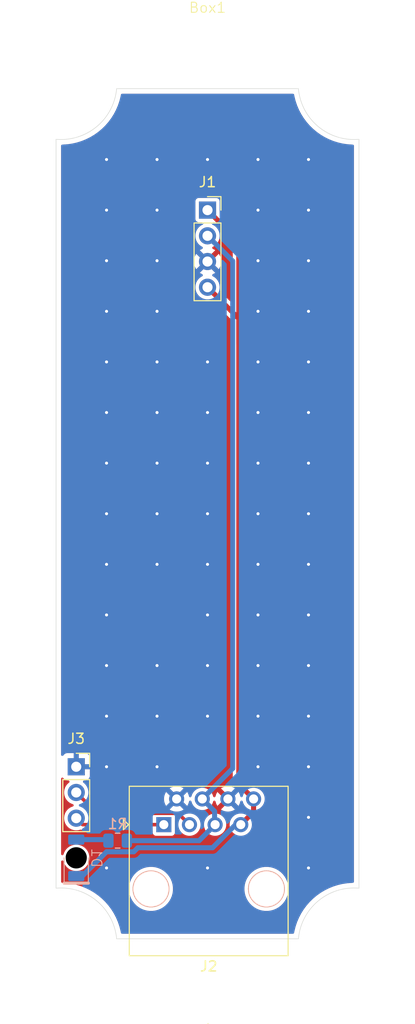
<source format=kicad_pcb>
(kicad_pcb (version 20241229) (generator "pcbnew") (generator_version "9.0")
  (layers (0 "F.Cu" jumper) (2 "B.Cu" signal) (13 "F.Paste" user) (15 "B.Paste" user) (5 "F.SilkS" user "F.Silkscreen") (7 "B.SilkS" user "B.Silkscreen") (1 "F.Mask" user) (3 "B.Mask" user) (25 "Edge.Cuts" user))
  (net 0 "")
  (net 1 "GND")
  (net 2 "IN")
  (net 3 "+V")
  (net 4 "OUT")
  (net 5 "-V")
  (net 6 "Net-(D1-A)")
  (footprint "Mylib:1590A" (layer "F.Cu") (at 100 100)
    (property "Reference" "Box1" (at 0 -50 0) (layer "F.SilkS") (effects (font (thickness 0.1))))
    (property "Value" "1590A")
    (fp_line (start 0.05 50.375) (end 0.05 50.375) (stroke (width 0.1)) (layer "F.SilkS"))
  )
  (footprint "Connector_PinSocket_2.54mm:PinSocket_1x03_P2.54mm_Vertical" (layer "F.Cu") (at 87 125)
    (property "Reference" "J3" (at 0 -2.77 0) (layer "F.SilkS"))
    (property "Value" "Conn_01x03_Pin")
    (fp_line (start -1.33 1.27) (end -1.33 6.41) (stroke (width 0.12)) (layer "F.SilkS"))
    (fp_line (start -1.33 1.27) (end 1.33 1.27) (stroke (width 0.12)) (layer "F.SilkS"))
    (fp_line (start -1.33 6.41) (end 1.33 6.41) (stroke (width 0.12)) (layer "F.SilkS"))
    (fp_line (start 0 -1.33) (end 1.33 -1.33) (stroke (width 0.12)) (layer "F.SilkS"))
    (fp_line (start 1.33 -1.33) (end 1.33 0) (stroke (width 0.12)) (layer "F.SilkS"))
    (fp_line (start 1.33 1.27) (end 1.33 6.41) (stroke (width 0.12)) (layer "F.SilkS"))
    (pad "1" thru_hole rect (at 0 0) (size 1.7 1.7) (drill 1) (layers "*.Cu" "*.Mask") (net 1 "GND"))
    (pad "2" thru_hole circle (at 0 2.54) (size 1.7 1.7) (drill 1) (layers "*.Cu" "*.Mask") (net 4 "OUT"))
    (pad "3" thru_hole circle (at 0 5.08) (size 1.7 1.7) (drill 1) (layers "*.Cu" "*.Mask") (net 2 "IN"))
  )
  (footprint "Connector_PinSocket_2.54mm:PinSocket_1x04_P2.54mm_Vertical" (layer "F.Cu") (at 100 70)
    (property "Reference" "J1" (at 0 -2.77 0) (layer "F.SilkS"))
    (property "Value" "Conn_01x04_Pin")
    (fp_line (start -1.33 1.27) (end -1.33 8.95) (stroke (width 0.12)) (layer "F.SilkS"))
    (fp_line (start -1.33 1.27) (end 1.33 1.27) (stroke (width 0.12)) (layer "F.SilkS"))
    (fp_line (start -1.33 8.95) (end 1.33 8.95) (stroke (width 0.12)) (layer "F.SilkS"))
    (fp_line (start 0 -1.33) (end 1.33 -1.33) (stroke (width 0.12)) (layer "F.SilkS"))
    (fp_line (start 1.33 -1.33) (end 1.33 0) (stroke (width 0.12)) (layer "F.SilkS"))
    (fp_line (start 1.33 1.27) (end 1.33 8.95) (stroke (width 0.12)) (layer "F.SilkS"))
    (pad "1" thru_hole rect (at 0 0) (size 1.7 1.7) (drill 1) (layers "*.Cu" "*.Mask") (net 5 "-V"))
    (pad "2" thru_hole circle (at 0 2.54) (size 1.7 1.7) (drill 1) (layers "*.Cu" "*.Mask") (net 3 "+V"))
    (pad "3" thru_hole circle (at 0 5.08) (size 1.7 1.7) (drill 1) (layers "*.Cu" "*.Mask") (net 1 "GND"))
    (pad "4" thru_hole circle (at 0 7.62) (size 1.7 1.7) (drill 1) (layers "*.Cu" "*.Mask") (net 5 "-V"))
  )
  (footprint "Connector_RJ:RJ45_OST_PJ012-8P8CX_Vertical" (layer "F.Cu") (at 95.6725 130.72)
    (property "Reference" "J2" (at 4.45 14 0) (layer "F.SilkS"))
    (property "Value" "RJ45")
    (fp_line (start -4 -0.5) (end -4 0.5) (stroke (width 0.12)) (layer "F.SilkS"))
    (fp_line (start -4 0.5) (end -3.5 0) (stroke (width 0.12)) (layer "F.SilkS"))
    (fp_line (start -3.5 0) (end -4 -0.5) (stroke (width 0.12)) (layer "F.SilkS"))
    (fp_line (start -3.42 -3.79) (end -3.42 12.95) (stroke (width 0.12)) (layer "F.SilkS"))
    (fp_line (start 12.3 -3.79) (end -3.42 -3.79) (stroke (width 0.12)) (layer "F.SilkS"))
    (fp_line (start 12.31 -3.79) (end 12.31 12.95) (stroke (width 0.12)) (layer "F.SilkS"))
    (fp_line (start 12.31 12.95) (end -3.42 12.95) (stroke (width 0.12)) (layer "F.SilkS"))
    (pad "" np_thru_hole circle (at -1.27 6.35) (size 3.65 3.65) (drill 3.45) (layers "*.Cu" "*.SilkS" "*.Mask"))
    (pad "" np_thru_hole circle (at 10.16 6.35) (size 3.65 3.65) (drill 3.45) (layers "*.Cu" "*.SilkS" "*.Mask"))
    (pad "1" thru_hole rect (at 0 0) (size 1.5 1.5) (drill 0.9) (layers "*.Cu" "*.Mask") (net 2 "IN"))
    (pad "2" thru_hole circle (at 1.27 -2.54) (size 1.5 1.5) (drill 0.9) (layers "*.Cu" "*.Mask") (net 1 "GND"))
    (pad "3" thru_hole circle (at 2.54 0) (size 1.5 1.5) (drill 0.9) (layers "*.Cu" "*.Mask") (net 4 "OUT"))
    (pad "4" thru_hole circle (at 3.81 -2.54) (size 1.5 1.5) (drill 0.9) (layers "*.Cu" "*.Mask") (net 3 "+V"))
    (pad "5" thru_hole circle (at 5.08 0) (size 1.5 1.5) (drill 0.9) (layers "*.Cu" "*.Mask") (net 3 "+V"))
    (pad "6" thru_hole circle (at 6.35 -2.54) (size 1.5 1.5) (drill 0.9) (layers "*.Cu" "*.Mask") (net 1 "GND"))
    (pad "7" thru_hole circle (at 7.62 0) (size 1.5 1.5) (drill 0.9) (layers "*.Cu" "*.Mask") (net 5 "-V"))
    (pad "8" thru_hole circle (at 8.89 -2.54) (size 1.5 1.5) (drill 0.9) (layers "*.Cu" "*.Mask") (net 5 "-V"))
  )
  (footprint "Resistor_SMD:R_0805_2012Metric" (layer "B.Cu") (at 91.1 132.3 180)
    (property "Reference" "R1" (at 0 1.65 0) (layer "B.SilkS") (effects (justify mirror)))
    (property "Value" "10k")
    (fp_line (start -0.227064 0.735) (end 0.227064 0.735) (stroke (width 0.12)) (layer "B.SilkS"))
    (fp_line (start -0.227064 -0.735) (end 0.227064 -0.735) (stroke (width 0.12)) (layer "B.SilkS"))
    (pad "1" smd roundrect (at -0.9125 0 180) (size 1.025 1.4) (layers "B.Cu" "B.Mask" "B.Paste") (roundrect_rratio 0.243902) (net 3 "+V"))
    (pad "2" smd roundrect (at 0.9125 0 180) (size 1.025 1.4) (layers "B.Cu" "B.Mask" "B.Paste") (roundrect_rratio 0.243902) (net 6 "Net-(D1-A)"))
  )
  (footprint "Mylib:Würth Reverse Mount LED" (layer "B.Cu") (at 87 134 90)
    (property "Reference" "D1" (at 0 2 270) (layer "B.SilkS") (effects (font (thickness 0.1)) (justify mirror)))
    (property "Value" "LED")
    (fp_line (start -2.5 -1.2) (end 0 -1.2) (stroke (width 0.1)) (layer "B.SilkS"))
    (fp_line (start 0 1.2) (end -2.5 1.2) (stroke (width 0.1)) (layer "B.SilkS"))
    (fp_line (start -2.5 1.2) (end -2.5 -1.2) (stroke (width 0.3)) (layer "B.SilkS"))
    (pad "" np_thru_hole circle (at 0 0 90) (size 2.1 2.1) (drill 2.1) (layers "*.Mask"))
    (pad "1" smd roundrect (at -1.8 0 90) (size 1 1.6) (layers "B.Cu" "B.Mask" "B.Paste") (roundrect_rratio 0.15) (net 5 "-V"))
    (pad "2" smd roundrect (at 1.8 0 90) (size 1 1.6) (layers "B.Cu" "B.Mask" "B.Paste") (roundrect_rratio 0.15) (net 6 "Net-(D1-A)"))
  )
  (gr_arc (start 115 63) (mid 110.964466 61.742641) (end 109 58) (stroke (width 0.05)) (layer "Edge.Cuts"))
  (gr_line (start 115 63) (end 115 137) (stroke (width 0.05)) (layer "Edge.Cuts"))
  (gr_line (start 91 142) (end 109 142) (stroke (width 0.05)) (layer "Edge.Cuts"))
  (gr_line (start 91 58) (end 109 58) (stroke (width 0.05)) (layer "Edge.Cuts"))
  (gr_arc (start 85 137) (mid 89.035534 138.257359) (end 91 142) (stroke (width 0.05)) (layer "Edge.Cuts"))
  (gr_arc (start 109 142) (mid 110.964466 138.257359) (end 115 137) (stroke (width 0.05)) (layer "Edge.Cuts"))
  (gr_line (start 85 137) (end 85 63) (stroke (width 0.05)) (layer "Edge.Cuts"))
  (gr_arc (start 91 58) (mid 89.035534 61.742641) (end 85 63) (stroke (width 0.05)) (layer "Edge.Cuts"))
  (via (at 95 65) (size 0.6) (drill 0.3) (layers "F.Cu" "B.Cu") (net 1))
  (via (at 110 75) (size 0.6) (drill 0.3) (layers "F.Cu" "B.Cu") (net 1))
  (via (at 105 125) (size 0.6) (drill 0.3) (layers "F.Cu" "B.Cu") (net 1))
  (via (at 110 90) (size 0.6) (drill 0.3) (layers "F.Cu" "B.Cu") (net 1))
  (via (at 95 85) (size 0.6) (drill 0.3) (layers "F.Cu" "B.Cu") (net 1))
  (via (at 110 65) (size 0.6) (drill 0.3) (layers "F.Cu" "B.Cu") (net 1))
  (via (at 105 105) (size 0.6) (drill 0.3) (layers "F.Cu" "B.Cu") (net 1))
  (via (at 110 115) (size 0.6) (drill 0.3) (layers "F.Cu" "B.Cu") (net 1))
  (via (at 95 70) (size 0.6) (drill 0.3) (layers "F.Cu" "B.Cu") (net 1))
  (via (at 100 110) (size 0.6) (drill 0.3) (layers "F.Cu" "B.Cu") (net 1))
  (via (at 95 115) (size 0.6) (drill 0.3) (layers "F.Cu" "B.Cu") (net 1))
  (via (at 95 90) (size 0.6) (drill 0.3) (layers "F.Cu" "B.Cu") (net 1))
  (via (at 110 110) (size 0.6) (drill 0.3) (layers "F.Cu" "B.Cu") (net 1))
  (via (at 105 85) (size 0.6) (drill 0.3) (layers "F.Cu" "B.Cu") (net 1))
  (via (at 110 70) (size 0.6) (drill 0.3) (layers "F.Cu" "B.Cu") (net 1))
  (via (at 110 100) (size 0.6) (drill 0.3) (layers "F.Cu" "B.Cu") (net 1))
  (via (at 100 95) (size 0.6) (drill 0.3) (layers "F.Cu" "B.Cu") (net 1))
  (via (at 105 95) (size 0.6) (drill 0.3) (layers "F.Cu" "B.Cu") (net 1))
  (via (at 90 135) (size 0.6) (drill 0.3) (layers "F.Cu" "B.Cu") (net 1))
  (via (at 105 110) (size 0.6) (drill 0.3) (layers "F.Cu" "B.Cu") (net 1))
  (via (at 95 105) (size 0.6) (drill 0.3) (layers "F.Cu" "B.Cu") (net 1))
  (via (at 90 95) (size 0.6) (drill 0.3) (layers "F.Cu" "B.Cu") (net 1))
  (via (at 90 110) (size 0.6) (drill 0.3) (layers "F.Cu" "B.Cu") (net 1))
  (via (at 100 100) (size 0.6) (drill 0.3) (layers "F.Cu" "B.Cu") (net 1))
  (via (at 105 115) (size 0.6) (drill 0.3) (layers "F.Cu" "B.Cu") (net 1))
  (via (at 105 80) (size 0.6) (drill 0.3) (layers "F.Cu" "B.Cu") (net 1))
  (via (at 110 105) (size 0.6) (drill 0.3) (layers "F.Cu" "B.Cu") (net 1))
  (via (at 100 115) (size 0.6) (drill 0.3) (layers "F.Cu" "B.Cu") (net 1))
  (via (at 100 120) (size 0.6) (drill 0.3) (layers "F.Cu" "B.Cu") (net 1))
  (via (at 100 90) (size 0.6) (drill 0.3) (layers "F.Cu" "B.Cu") (net 1))
  (via (at 100 135) (size 0.6) (drill 0.3) (layers "F.Cu" "B.Cu") (net 1))
  (via (at 105 70) (size 0.6) (drill 0.3) (layers "F.Cu" "B.Cu") (net 1))
  (via (at 110 135) (size 0.6) (drill 0.3) (layers "F.Cu" "B.Cu") (net 1))
  (via (at 90 70) (size 0.6) (drill 0.3) (layers "F.Cu" "B.Cu") (net 1))
  (via (at 110 125) (size 0.6) (drill 0.3) (layers "F.Cu" "B.Cu") (net 1))
  (via (at 110 120) (size 0.6) (drill 0.3) (layers "F.Cu" "B.Cu") (net 1))
  (via (at 105 90) (size 0.6) (drill 0.3) (layers "F.Cu" "B.Cu") (net 1))
  (via (at 105 120) (size 0.6) (drill 0.3) (layers "F.Cu" "B.Cu") (net 1))
  (via (at 90 105) (size 0.6) (drill 0.3) (layers "F.Cu" "B.Cu") (net 1))
  (via (at 95 75) (size 0.6) (drill 0.3) (layers "F.Cu" "B.Cu") (net 1))
  (via (at 110 85) (size 0.6) (drill 0.3) (layers "F.Cu" "B.Cu") (net 1))
  (via (at 100 65) (size 0.6) (drill 0.3) (layers "F.Cu" "B.Cu") (net 1))
  (via (at 90 75) (size 0.6) (drill 0.3) (layers "F.Cu" "B.Cu") (net 1))
  (via (at 100 105) (size 0.6) (drill 0.3) (layers "F.Cu" "B.Cu") (net 1))
  (via (at 95 80) (size 0.6) (drill 0.3) (layers "F.Cu" "B.Cu") (net 1))
  (via (at 90 80) (size 0.6) (drill 0.3) (layers "F.Cu" "B.Cu") (net 1))
  (via (at 105 65) (size 0.6) (drill 0.3) (layers "F.Cu" "B.Cu") (net 1))
  (via (at 90 120) (size 0.6) (drill 0.3) (layers "F.Cu" "B.Cu") (net 1))
  (via (at 110 130) (size 0.6) (drill 0.3) (layers "F.Cu" "B.Cu") (net 1))
  (via (at 110 80) (size 0.6) (drill 0.3) (layers "F.Cu" "B.Cu") (net 1))
  (via (at 110 95) (size 0.6) (drill 0.3) (layers "F.Cu" "B.Cu") (net 1))
  (via (at 90 115) (size 0.6) (drill 0.3) (layers "F.Cu" "B.Cu") (net 1))
  (via (at 105 100) (size 0.6) (drill 0.3) (layers "F.Cu" "B.Cu") (net 1))
  (via (at 95 125) (size 0.6) (drill 0.3) (layers "F.Cu" "B.Cu") (net 1))
  (via (at 90 65) (size 0.6) (drill 0.3) (layers "F.Cu" "B.Cu") (net 1))
  (via (at 90 125) (size 0.6) (drill 0.3) (layers "F.Cu" "B.Cu") (net 1))
  (via (at 90 85) (size 0.6) (drill 0.3) (layers "F.Cu" "B.Cu") (net 1))
  (via (at 90 90) (size 0.6) (drill 0.3) (layers "F.Cu" "B.Cu") (net 1))
  (via (at 95 95) (size 0.6) (drill 0.3) (layers "F.Cu" "B.Cu") (net 1))
  (via (at 105 75) (size 0.6) (drill 0.3) (layers "F.Cu" "B.Cu") (net 1))
  (via (at 95 100) (size 0.6) (drill 0.3) (layers "F.Cu" "B.Cu") (net 1))
  (via (at 95 120) (size 0.6) (drill 0.3) (layers "F.Cu" "B.Cu") (net 1))
  (via (at 100 85) (size 0.6) (drill 0.3) (layers "F.Cu" "B.Cu") (net 1))
  (via (at 90 100) (size 0.6) (drill 0.3) (layers "F.Cu" "B.Cu") (net 1))
  (segment (start 95.6725 130.72) (end 87.64 130.72) (width 0.35) (layer "F.Cu") (net 2))
  (segment (start 87.64 130.72) (end 87 130.08) (width 0.35) (layer "F.Cu") (net 2))
  (segment (start 99.4825 128.18) (end 100.7 129.3975) (width 0.5) (layer "B.Cu") (net 3))
  (segment (start 92.0125 132.3) (end 99.1725 132.3) (width 0.5) (layer "B.Cu") (net 3))
  (segment (start 100.7 129.3975) (end 100.7 130.6675) (width 0.5) (layer "B.Cu") (net 3))
  (segment (start 100 72.54) (end 102.5 75.04) (width 0.5) (layer "B.Cu") (net 3))
  (segment (start 99.1725 132.3) (end 100.7525 130.72) (width 0.5) (layer "B.Cu") (net 3))
  (segment (start 102.5 125.1625) (end 99.4825 128.18) (width 0.5) (layer "B.Cu") (net 3))
  (segment (start 102.5 75.04) (end 102.5 125.1625) (width 0.5) (layer "B.Cu") (net 3))
  (segment (start 97.0925 129.6) (end 89.06 129.6) (width 0.35) (layer "F.Cu") (net 4))
  (segment (start 98.2125 130.72) (end 97.0925 129.6) (width 0.35) (layer "F.Cu") (net 4))
  (segment (start 89.06 129.6) (end 87 127.54) (width 0.35) (layer "F.Cu") (net 4))
  (segment (start 103.1 83.2) (end 103.1 126.7175) (width 0.5) (layer "F.Cu") (net 5))
  (segment (start 103.1 126.7175) (end 104.5625 128.18) (width 0.5) (layer "F.Cu") (net 5))
  (segment (start 104.5625 128.18) (end 104.5625 129.45) (width 0.5) (layer "F.Cu") (net 5))
  (segment (start 104.5625 129.45) (end 103.2925 130.72) (width 0.5) (layer "F.Cu") (net 5))
  (segment (start 103.1 73.1) (end 103.1 83.2) (width 0.5) (layer "F.Cu") (net 5))
  (segment (start 100 77.62) (end 103.1 80.72) (width 0.5) (layer "F.Cu") (net 5))
  (segment (start 103.1 80.72) (end 103.1 83.2) (width 0.5) (layer "F.Cu") (net 5))
  (segment (start 100 70) (end 103.1 73.1) (width 0.5) (layer "F.Cu") (net 5))
  (segment (start 89.999 133.401) (end 92.699 133.401) (width 0.5) (layer "B.Cu") (net 5))
  (segment (start 93.1 133) (end 100.5 133) (width 0.5) (layer "B.Cu") (net 5))
  (segment (start 87.6 135.8) (end 89.999 133.401) (width 0.5) (layer "B.Cu") (net 5))
  (segment (start 92.699 133.401) (end 93.1 133) (width 0.5) (layer "B.Cu") (net 5))
  (segment (start 100.5 133) (end 102.78 130.72) (width 0.5) (layer "B.Cu") (net 5))
  (segment (start 102.78 130.72) (end 103.2925 130.72) (width 0.5) (layer "B.Cu") (net 5))
  (segment (start 87 135.8) (end 87.6 135.8) (width 0.5) (layer "B.Cu") (net 5))
  (segment (start 87 132.2) (end 90.0875 132.2) (width 0.5) (layer "B.Cu") (net 6))
  (zone (net 1) (net_name "GND") (layers "F.Cu" "B.Cu") (connect_pads (clearance 0.35)) (min_thickness 0.25) (fill yes (thermal_gap 0.5) (thermal_bridge_width 0.5) (smoothing chamfer) (radius 1))
    (polygon (pts (xy 80.8 53.7) (xy 119.3 53.7) (xy 119.3 146.3) (xy 80.8 146.3)))
  )
)
</source>
